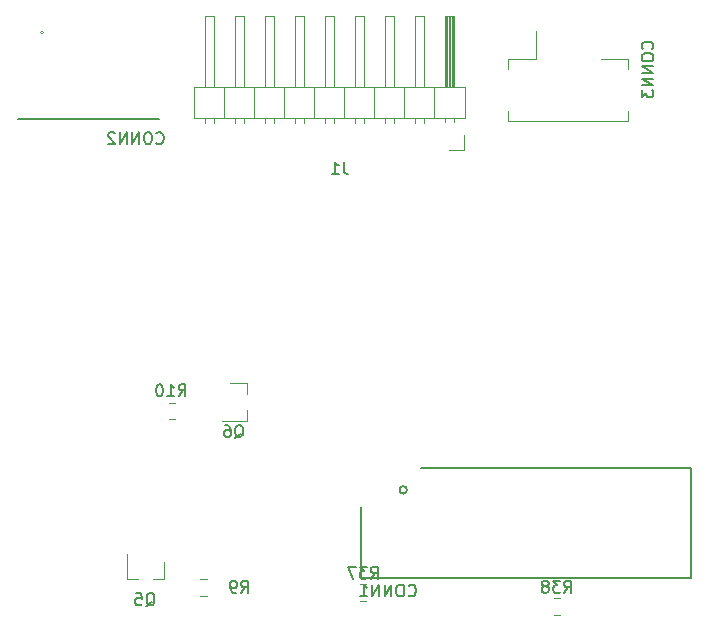
<source format=gbr>
G04 #@! TF.GenerationSoftware,KiCad,Pcbnew,(5.1.6-0-10_14)*
G04 #@! TF.CreationDate,2020-07-24T18:21:48-04:00*
G04 #@! TF.ProjectId,Pufferfish-Interface-2,50756666-6572-4666-9973-682d496e7465,rev?*
G04 #@! TF.SameCoordinates,Original*
G04 #@! TF.FileFunction,Legend,Bot*
G04 #@! TF.FilePolarity,Positive*
%FSLAX46Y46*%
G04 Gerber Fmt 4.6, Leading zero omitted, Abs format (unit mm)*
G04 Created by KiCad (PCBNEW (5.1.6-0-10_14)) date 2020-07-24 18:21:48*
%MOMM*%
%LPD*%
G01*
G04 APERTURE LIST*
%ADD10C,0.200000*%
%ADD11C,0.120000*%
%ADD12C,0.100000*%
%ADD13C,0.127000*%
%ADD14C,0.150000*%
G04 APERTURE END LIST*
D10*
X35560000Y-38608000D02*
X58420000Y-38608000D01*
X58420000Y-38608000D02*
X58420000Y-47879000D01*
X58420000Y-47879000D02*
X30480000Y-47879000D01*
X30480000Y-47879000D02*
X30480000Y-41910000D01*
X34359788Y-40449500D02*
G75*
G03*
X34359788Y-40449500I-323788J0D01*
G01*
D11*
X39209980Y-11691620D02*
X39209980Y-10421620D01*
X37939980Y-11691620D02*
X39209980Y-11691620D01*
X17239980Y-9378691D02*
X17239980Y-8981620D01*
X17999980Y-9378691D02*
X17999980Y-8981620D01*
X17239980Y-321620D02*
X17239980Y-6321620D01*
X17999980Y-321620D02*
X17239980Y-321620D01*
X17999980Y-6321620D02*
X17999980Y-321620D01*
X18889980Y-8981620D02*
X18889980Y-6321620D01*
X19779980Y-9378691D02*
X19779980Y-8981620D01*
X20539980Y-9378691D02*
X20539980Y-8981620D01*
X19779980Y-321620D02*
X19779980Y-6321620D01*
X20539980Y-321620D02*
X19779980Y-321620D01*
X20539980Y-6321620D02*
X20539980Y-321620D01*
X21429980Y-8981620D02*
X21429980Y-6321620D01*
X22319980Y-9378691D02*
X22319980Y-8981620D01*
X23079980Y-9378691D02*
X23079980Y-8981620D01*
X22319980Y-321620D02*
X22319980Y-6321620D01*
X23079980Y-321620D02*
X22319980Y-321620D01*
X23079980Y-6321620D02*
X23079980Y-321620D01*
X23969980Y-8981620D02*
X23969980Y-6321620D01*
X24859980Y-9378691D02*
X24859980Y-8981620D01*
X25619980Y-9378691D02*
X25619980Y-8981620D01*
X24859980Y-321620D02*
X24859980Y-6321620D01*
X25619980Y-321620D02*
X24859980Y-321620D01*
X25619980Y-6321620D02*
X25619980Y-321620D01*
X26509980Y-8981620D02*
X26509980Y-6321620D01*
X27399980Y-9378691D02*
X27399980Y-8981620D01*
X28159980Y-9378691D02*
X28159980Y-8981620D01*
X27399980Y-321620D02*
X27399980Y-6321620D01*
X28159980Y-321620D02*
X27399980Y-321620D01*
X28159980Y-6321620D02*
X28159980Y-321620D01*
X29049980Y-8981620D02*
X29049980Y-6321620D01*
X29939980Y-9378691D02*
X29939980Y-8981620D01*
X30699980Y-9378691D02*
X30699980Y-8981620D01*
X29939980Y-321620D02*
X29939980Y-6321620D01*
X30699980Y-321620D02*
X29939980Y-321620D01*
X30699980Y-6321620D02*
X30699980Y-321620D01*
X31589980Y-8981620D02*
X31589980Y-6321620D01*
X32479980Y-9378691D02*
X32479980Y-8981620D01*
X33239980Y-9378691D02*
X33239980Y-8981620D01*
X32479980Y-321620D02*
X32479980Y-6321620D01*
X33239980Y-321620D02*
X32479980Y-321620D01*
X33239980Y-6321620D02*
X33239980Y-321620D01*
X34129980Y-8981620D02*
X34129980Y-6321620D01*
X35019980Y-9378691D02*
X35019980Y-8981620D01*
X35779980Y-9378691D02*
X35779980Y-8981620D01*
X35019980Y-321620D02*
X35019980Y-6321620D01*
X35779980Y-321620D02*
X35019980Y-321620D01*
X35779980Y-6321620D02*
X35779980Y-321620D01*
X36669980Y-8981620D02*
X36669980Y-6321620D01*
X37559980Y-9311620D02*
X37559980Y-8981620D01*
X38319980Y-9311620D02*
X38319980Y-8981620D01*
X37659980Y-6321620D02*
X37659980Y-321620D01*
X37779980Y-6321620D02*
X37779980Y-321620D01*
X37899980Y-6321620D02*
X37899980Y-321620D01*
X38019980Y-6321620D02*
X38019980Y-321620D01*
X38139980Y-6321620D02*
X38139980Y-321620D01*
X38259980Y-6321620D02*
X38259980Y-321620D01*
X37559980Y-321620D02*
X37559980Y-6321620D01*
X38319980Y-321620D02*
X37559980Y-321620D01*
X38319980Y-6321620D02*
X38319980Y-321620D01*
X39269980Y-6321620D02*
X39269980Y-8981620D01*
X16289980Y-6321620D02*
X39269980Y-6321620D01*
X16289980Y-8981620D02*
X16289980Y-6321620D01*
X39269980Y-8981620D02*
X16289980Y-8981620D01*
X47291518Y-51065500D02*
X46774362Y-51065500D01*
X47291518Y-49645500D02*
X46774362Y-49645500D01*
X30911298Y-49861540D02*
X30394142Y-49861540D01*
X30911298Y-48441540D02*
X30394142Y-48441540D01*
D12*
X3593000Y-1718000D02*
G75*
G03*
X3593000Y-1718000I-127000J0D01*
G01*
D13*
X13341000Y-9068000D02*
X1391000Y-9068000D01*
D11*
X53091000Y-9202000D02*
X53091000Y-8352000D01*
X42921000Y-9202000D02*
X53091000Y-9202000D01*
X42921000Y-3982000D02*
X45246000Y-3982000D01*
X42921000Y-4832000D02*
X42921000Y-3982000D01*
X42921000Y-8352000D02*
X42921000Y-9202000D01*
X53091000Y-3982000D02*
X50766000Y-3982000D01*
X53091000Y-4832000D02*
X53091000Y-3982000D01*
X45246000Y-3982000D02*
X45246000Y-1592000D01*
X13772000Y-48004000D02*
X13772000Y-46544000D01*
X10612000Y-48004000D02*
X10612000Y-45844000D01*
X10612000Y-48004000D02*
X11542000Y-48004000D01*
X13772000Y-48004000D02*
X12842000Y-48004000D01*
X20826000Y-31440000D02*
X20826000Y-32370000D01*
X20826000Y-34600000D02*
X20826000Y-33670000D01*
X20826000Y-34600000D02*
X18666000Y-34600000D01*
X20826000Y-31440000D02*
X19366000Y-31440000D01*
X16866102Y-48024980D02*
X17383258Y-48024980D01*
X16866102Y-49444980D02*
X17383258Y-49444980D01*
X14696178Y-34474220D02*
X14179022Y-34474220D01*
X14696178Y-33054220D02*
X14179022Y-33054220D01*
D14*
X34504095Y-49379142D02*
X34551714Y-49426761D01*
X34694571Y-49474380D01*
X34789809Y-49474380D01*
X34932666Y-49426761D01*
X35027904Y-49331523D01*
X35075523Y-49236285D01*
X35123142Y-49045809D01*
X35123142Y-48902952D01*
X35075523Y-48712476D01*
X35027904Y-48617238D01*
X34932666Y-48522000D01*
X34789809Y-48474380D01*
X34694571Y-48474380D01*
X34551714Y-48522000D01*
X34504095Y-48569619D01*
X33885047Y-48474380D02*
X33694571Y-48474380D01*
X33599333Y-48522000D01*
X33504095Y-48617238D01*
X33456476Y-48807714D01*
X33456476Y-49141047D01*
X33504095Y-49331523D01*
X33599333Y-49426761D01*
X33694571Y-49474380D01*
X33885047Y-49474380D01*
X33980285Y-49426761D01*
X34075523Y-49331523D01*
X34123142Y-49141047D01*
X34123142Y-48807714D01*
X34075523Y-48617238D01*
X33980285Y-48522000D01*
X33885047Y-48474380D01*
X33027904Y-49474380D02*
X33027904Y-48474380D01*
X32456476Y-49474380D01*
X32456476Y-48474380D01*
X31980285Y-49474380D02*
X31980285Y-48474380D01*
X31408857Y-49474380D01*
X31408857Y-48474380D01*
X30408857Y-49474380D02*
X30980285Y-49474380D01*
X30694571Y-49474380D02*
X30694571Y-48474380D01*
X30789809Y-48617238D01*
X30885047Y-48712476D01*
X30980285Y-48760095D01*
X28987073Y-12695940D02*
X28987073Y-13410226D01*
X29034692Y-13553083D01*
X29129930Y-13648321D01*
X29272787Y-13695940D01*
X29368025Y-13695940D01*
X27987073Y-13695940D02*
X28558501Y-13695940D01*
X28272787Y-13695940D02*
X28272787Y-12695940D01*
X28368025Y-12838798D01*
X28463263Y-12934036D01*
X28558501Y-12981655D01*
X47675797Y-49157880D02*
X48009130Y-48681690D01*
X48247225Y-49157880D02*
X48247225Y-48157880D01*
X47866273Y-48157880D01*
X47771035Y-48205500D01*
X47723416Y-48253119D01*
X47675797Y-48348357D01*
X47675797Y-48491214D01*
X47723416Y-48586452D01*
X47771035Y-48634071D01*
X47866273Y-48681690D01*
X48247225Y-48681690D01*
X47342463Y-48157880D02*
X46723416Y-48157880D01*
X47056749Y-48538833D01*
X46913892Y-48538833D01*
X46818654Y-48586452D01*
X46771035Y-48634071D01*
X46723416Y-48729309D01*
X46723416Y-48967404D01*
X46771035Y-49062642D01*
X46818654Y-49110261D01*
X46913892Y-49157880D01*
X47199606Y-49157880D01*
X47294844Y-49110261D01*
X47342463Y-49062642D01*
X46151987Y-48586452D02*
X46247225Y-48538833D01*
X46294844Y-48491214D01*
X46342463Y-48395976D01*
X46342463Y-48348357D01*
X46294844Y-48253119D01*
X46247225Y-48205500D01*
X46151987Y-48157880D01*
X45961511Y-48157880D01*
X45866273Y-48205500D01*
X45818654Y-48253119D01*
X45771035Y-48348357D01*
X45771035Y-48395976D01*
X45818654Y-48491214D01*
X45866273Y-48538833D01*
X45961511Y-48586452D01*
X46151987Y-48586452D01*
X46247225Y-48634071D01*
X46294844Y-48681690D01*
X46342463Y-48776928D01*
X46342463Y-48967404D01*
X46294844Y-49062642D01*
X46247225Y-49110261D01*
X46151987Y-49157880D01*
X45961511Y-49157880D01*
X45866273Y-49110261D01*
X45818654Y-49062642D01*
X45771035Y-48967404D01*
X45771035Y-48776928D01*
X45818654Y-48681690D01*
X45866273Y-48634071D01*
X45961511Y-48586452D01*
X31295577Y-47953920D02*
X31628910Y-47477730D01*
X31867005Y-47953920D02*
X31867005Y-46953920D01*
X31486053Y-46953920D01*
X31390815Y-47001540D01*
X31343196Y-47049159D01*
X31295577Y-47144397D01*
X31295577Y-47287254D01*
X31343196Y-47382492D01*
X31390815Y-47430111D01*
X31486053Y-47477730D01*
X31867005Y-47477730D01*
X30962243Y-46953920D02*
X30343196Y-46953920D01*
X30676529Y-47334873D01*
X30533672Y-47334873D01*
X30438434Y-47382492D01*
X30390815Y-47430111D01*
X30343196Y-47525349D01*
X30343196Y-47763444D01*
X30390815Y-47858682D01*
X30438434Y-47906301D01*
X30533672Y-47953920D01*
X30819386Y-47953920D01*
X30914624Y-47906301D01*
X30962243Y-47858682D01*
X30009862Y-46953920D02*
X29343196Y-46953920D01*
X29771767Y-47953920D01*
X13141413Y-11076201D02*
X13189067Y-11123854D01*
X13332027Y-11171508D01*
X13427334Y-11171508D01*
X13570295Y-11123854D01*
X13665602Y-11028547D01*
X13713255Y-10933240D01*
X13760909Y-10742626D01*
X13760909Y-10599666D01*
X13713255Y-10409052D01*
X13665602Y-10313745D01*
X13570295Y-10218438D01*
X13427334Y-10170784D01*
X13332027Y-10170784D01*
X13189067Y-10218438D01*
X13141413Y-10266091D01*
X12521917Y-10170784D02*
X12331303Y-10170784D01*
X12235996Y-10218438D01*
X12140689Y-10313745D01*
X12093036Y-10504359D01*
X12093036Y-10837933D01*
X12140689Y-11028547D01*
X12235996Y-11123854D01*
X12331303Y-11171508D01*
X12521917Y-11171508D01*
X12617224Y-11123854D01*
X12712531Y-11028547D01*
X12760185Y-10837933D01*
X12760185Y-10504359D01*
X12712531Y-10313745D01*
X12617224Y-10218438D01*
X12521917Y-10170784D01*
X11664154Y-11171508D02*
X11664154Y-10170784D01*
X11092312Y-11171508D01*
X11092312Y-10170784D01*
X10615776Y-11171508D02*
X10615776Y-10170784D01*
X10043934Y-11171508D01*
X10043934Y-10170784D01*
X9615052Y-10266091D02*
X9567399Y-10218438D01*
X9472092Y-10170784D01*
X9233824Y-10170784D01*
X9138517Y-10218438D01*
X9090864Y-10266091D01*
X9043210Y-10361398D01*
X9043210Y-10456705D01*
X9090864Y-10599666D01*
X9662706Y-11171508D01*
X9043210Y-11171508D01*
X55122082Y-3113304D02*
X55169701Y-3065685D01*
X55217320Y-2922828D01*
X55217320Y-2827590D01*
X55169701Y-2684733D01*
X55074463Y-2589495D01*
X54979225Y-2541876D01*
X54788749Y-2494257D01*
X54645892Y-2494257D01*
X54455416Y-2541876D01*
X54360178Y-2589495D01*
X54264940Y-2684733D01*
X54217320Y-2827590D01*
X54217320Y-2922828D01*
X54264940Y-3065685D01*
X54312559Y-3113304D01*
X54217320Y-3732352D02*
X54217320Y-3922828D01*
X54264940Y-4018066D01*
X54360178Y-4113304D01*
X54550654Y-4160923D01*
X54883987Y-4160923D01*
X55074463Y-4113304D01*
X55169701Y-4018066D01*
X55217320Y-3922828D01*
X55217320Y-3732352D01*
X55169701Y-3637114D01*
X55074463Y-3541876D01*
X54883987Y-3494257D01*
X54550654Y-3494257D01*
X54360178Y-3541876D01*
X54264940Y-3637114D01*
X54217320Y-3732352D01*
X55217320Y-4589495D02*
X54217320Y-4589495D01*
X55217320Y-5160923D01*
X54217320Y-5160923D01*
X55217320Y-5637114D02*
X54217320Y-5637114D01*
X55217320Y-6208542D01*
X54217320Y-6208542D01*
X54217320Y-6589495D02*
X54217320Y-7208542D01*
X54598273Y-6875209D01*
X54598273Y-7018066D01*
X54645892Y-7113304D01*
X54693511Y-7160923D01*
X54788749Y-7208542D01*
X55026844Y-7208542D01*
X55122082Y-7160923D01*
X55169701Y-7113304D01*
X55217320Y-7018066D01*
X55217320Y-6732352D01*
X55169701Y-6637114D01*
X55122082Y-6589495D01*
X12256758Y-50298599D02*
X12351996Y-50250980D01*
X12447234Y-50155741D01*
X12590091Y-50012884D01*
X12685329Y-49965265D01*
X12780567Y-49965265D01*
X12732948Y-50203360D02*
X12828186Y-50155741D01*
X12923424Y-50060503D01*
X12971043Y-49870027D01*
X12971043Y-49536694D01*
X12923424Y-49346218D01*
X12828186Y-49250980D01*
X12732948Y-49203360D01*
X12542472Y-49203360D01*
X12447234Y-49250980D01*
X12351996Y-49346218D01*
X12304377Y-49536694D01*
X12304377Y-49870027D01*
X12351996Y-50060503D01*
X12447234Y-50155741D01*
X12542472Y-50203360D01*
X12732948Y-50203360D01*
X11399615Y-49203360D02*
X11875805Y-49203360D01*
X11923424Y-49679551D01*
X11875805Y-49631932D01*
X11780567Y-49584313D01*
X11542472Y-49584313D01*
X11447234Y-49631932D01*
X11399615Y-49679551D01*
X11351996Y-49774789D01*
X11351996Y-50012884D01*
X11399615Y-50108122D01*
X11447234Y-50155741D01*
X11542472Y-50203360D01*
X11780567Y-50203360D01*
X11875805Y-50155741D01*
X11923424Y-50108122D01*
X19770078Y-36051739D02*
X19865316Y-36004120D01*
X19960554Y-35908881D01*
X20103411Y-35766024D01*
X20198649Y-35718405D01*
X20293887Y-35718405D01*
X20246268Y-35956500D02*
X20341506Y-35908881D01*
X20436744Y-35813643D01*
X20484363Y-35623167D01*
X20484363Y-35289834D01*
X20436744Y-35099358D01*
X20341506Y-35004120D01*
X20246268Y-34956500D01*
X20055792Y-34956500D01*
X19960554Y-35004120D01*
X19865316Y-35099358D01*
X19817697Y-35289834D01*
X19817697Y-35623167D01*
X19865316Y-35813643D01*
X19960554Y-35908881D01*
X20055792Y-35956500D01*
X20246268Y-35956500D01*
X18960554Y-34956500D02*
X19151030Y-34956500D01*
X19246268Y-35004120D01*
X19293887Y-35051739D01*
X19389125Y-35194596D01*
X19436744Y-35385072D01*
X19436744Y-35766024D01*
X19389125Y-35861262D01*
X19341506Y-35908881D01*
X19246268Y-35956500D01*
X19055792Y-35956500D01*
X18960554Y-35908881D01*
X18912935Y-35861262D01*
X18865316Y-35766024D01*
X18865316Y-35527929D01*
X18912935Y-35432691D01*
X18960554Y-35385072D01*
X19055792Y-35337453D01*
X19246268Y-35337453D01*
X19341506Y-35385072D01*
X19389125Y-35432691D01*
X19436744Y-35527929D01*
X20331486Y-49156880D02*
X20664820Y-48680690D01*
X20902915Y-49156880D02*
X20902915Y-48156880D01*
X20521962Y-48156880D01*
X20426724Y-48204500D01*
X20379105Y-48252119D01*
X20331486Y-48347357D01*
X20331486Y-48490214D01*
X20379105Y-48585452D01*
X20426724Y-48633071D01*
X20521962Y-48680690D01*
X20902915Y-48680690D01*
X19855296Y-49156880D02*
X19664820Y-49156880D01*
X19569581Y-49109261D01*
X19521962Y-49061642D01*
X19426724Y-48918785D01*
X19379105Y-48728309D01*
X19379105Y-48347357D01*
X19426724Y-48252119D01*
X19474343Y-48204500D01*
X19569581Y-48156880D01*
X19760058Y-48156880D01*
X19855296Y-48204500D01*
X19902915Y-48252119D01*
X19950534Y-48347357D01*
X19950534Y-48585452D01*
X19902915Y-48680690D01*
X19855296Y-48728309D01*
X19760058Y-48775928D01*
X19569581Y-48775928D01*
X19474343Y-48728309D01*
X19426724Y-48680690D01*
X19379105Y-48585452D01*
X15026877Y-32509720D02*
X15360210Y-32033530D01*
X15598305Y-32509720D02*
X15598305Y-31509720D01*
X15217353Y-31509720D01*
X15122115Y-31557340D01*
X15074496Y-31604959D01*
X15026877Y-31700197D01*
X15026877Y-31843054D01*
X15074496Y-31938292D01*
X15122115Y-31985911D01*
X15217353Y-32033530D01*
X15598305Y-32033530D01*
X14074496Y-32509720D02*
X14645924Y-32509720D01*
X14360210Y-32509720D02*
X14360210Y-31509720D01*
X14455448Y-31652578D01*
X14550686Y-31747816D01*
X14645924Y-31795435D01*
X13455448Y-31509720D02*
X13360210Y-31509720D01*
X13264972Y-31557340D01*
X13217353Y-31604959D01*
X13169734Y-31700197D01*
X13122115Y-31890673D01*
X13122115Y-32128768D01*
X13169734Y-32319244D01*
X13217353Y-32414482D01*
X13264972Y-32462101D01*
X13360210Y-32509720D01*
X13455448Y-32509720D01*
X13550686Y-32462101D01*
X13598305Y-32414482D01*
X13645924Y-32319244D01*
X13693543Y-32128768D01*
X13693543Y-31890673D01*
X13645924Y-31700197D01*
X13598305Y-31604959D01*
X13550686Y-31557340D01*
X13455448Y-31509720D01*
M02*

</source>
